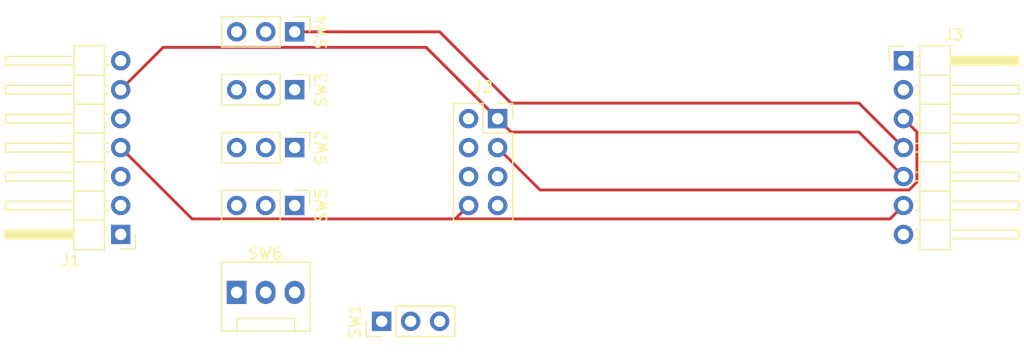
<source format=kicad_pcb>
(kicad_pcb (version 20211014) (generator pcbnew)
  (layers (0 "F.Cu" signal) (31 "B.Cu" signal) (34 "B.Paste" user) (35 "F.Paste" user) (36 "B.SilkS" user "B.Silkscreen") (37 "F.SilkS" user "F.Silkscreen") (38 "B.Mask" user) (39 "F.Mask" user) (44 "Edge.Cuts" user))
  (net 0 "")
  (net 1 "VCC")
  (net 2 "GND")
  (net 3 "Net-(J2-Pad3)")
  (net 4 "Net-(J3-Pad1)")
  (net 5 "Net-(J3-Pad2)")
  (net 6 "Net-(J3-Pad4)")
  (net 8 "Net-(J1-Pad1)")
  (net 9 "Net-(J1-Pad2)")
  (net 10 "Net-(J1-Pad3)")
  (net 12 "Net-(J2-Pad1)")
  (net 13 "Net-(J2-Pad2)")
  (net 14 "Net-(J2-Pad5)")
  (net 15 "Net-(J2-Pad6)")
  (net 16 "Net-(J2-Pad7)")
  (footprint "Connector_PinHeader_2.54mm:PinHeader_1x03_P2.54mm_Vertical" (layer "F.Cu") (at 66.04 45.72 -90)
    (fp_text reference "SW4" (at 0 -2.33 90) (layer "F.SilkS"))
    (fp_text value "SW IO0")
    (fp_line (start -1.33 1.27) (end 1.33 1.27) (layer "F.SilkS") (width 0.12))
    (fp_line (start 1.33 1.27) (end 1.33 6.41) (layer "F.SilkS") (width 0.12))
    (fp_line (start -1.33 1.27) (end -1.33 6.41) (layer "F.SilkS") (width 0.12))
    (fp_line (start -1.33 6.41) (end 1.33 6.41) (layer "F.SilkS") (width 0.12))
    (fp_line (start -1.33 -1.33) (end 0 -1.33) (layer "F.SilkS") (width 0.12))
    (fp_line (start -1.33 0) (end -1.33 -1.33) (layer "F.SilkS") (width 0.12))
    (pad "1" thru_hole rect (at 0 0 270) (size 1.7 1.7) (drill 1) (layers *.Cu *.Mask) (net 6 "Net-(J3-Pad4)"))
    (pad "2" thru_hole oval (at 0 2.54 270) (size 1.7 1.7) (drill 1) (layers *.Cu *.Mask) (net 15 "Net-(J2-Pad6)"))
    (pad "3" thru_hole oval (at 0 5.08 270) (size 1.7 1.7) (drill 1) (layers *.Cu *.Mask) (net 2 "GND"))
  )
  (footprint "Connector_PinHeader_2.54mm:PinHeader_1x07_P2.54mm_Horizontal" (layer "F.Cu") (at 50.8 63.5 180)
    (fp_text reference "J1" (at 4.385 -2.27) (layer "F.SilkS"))
    (fp_text value "FT232RL")
    (fp_line (start 10.1 10.54) (end 4.1 10.54) (layer "F.SilkS") (width 0.12))
    (fp_line (start 1.042929 7.24) (end 1.44 7.24) (layer "F.SilkS") (width 0.12))
    (fp_line (start 1.44 11.43) (end 4.1 11.43) (layer "F.SilkS") (width 0.12))
    (fp_line (start 10.1 13.08) (end 4.1 13.08) (layer "F.SilkS") (width 0.12))
    (fp_line (start 4.1 9.78) (end 10.1 9.78) (layer "F.SilkS") (width 0.12))
    (fp_line (start 4.1 0.04) (end 10.1 0.04) (layer "F.SilkS") (width 0.12))
    (fp_line (start 1.042929 10.54) (end 1.44 10.54) (layer "F.SilkS") (width 0.12))
    (fp_line (start 4.1 14.86) (end 10.1 14.86) (layer "F.SilkS") (width 0.12))
    (fp_line (start 10.1 15.62) (end 4.1 15.62) (layer "F.SilkS") (width 0.12))
    (fp_line (start 1.042929 4.7) (end 1.44 4.7) (layer "F.SilkS") (width 0.12))
    (fp_line (start -1.27 -1.27) (end 0 -1.27) (layer "F.SilkS") (width 0.12))
    (fp_line (start 10.1 14.86) (end 10.1 15.62) (layer "F.SilkS") (width 0.12))
    (fp_line (start 4.1 4.7) (end 10.1 4.7) (layer "F.SilkS") (width 0.12))
    (fp_line (start 4.1 12.32) (end 10.1 12.32) (layer "F.SilkS") (width 0.12))
    (fp_line (start 1.042929 8) (end 1.44 8) (layer "F.SilkS") (width 0.12))
    (fp_line (start 10.1 2.16) (end 10.1 2.92) (layer "F.SilkS") (width 0.12))
    (fp_line (start 4.1 0.16) (end 10.1 0.16) (layer "F.SilkS") (width 0.12))
    (fp_line (start 10.1 7.24) (end 10.1 8) (layer "F.SilkS") (width 0.12))
    (fp_line (start 10.1 5.46) (end 4.1 5.46) (layer "F.SilkS") (width 0.12))
    (fp_line (start 1.44 6.35) (end 4.1 6.35) (layer "F.SilkS") (width 0.12))
    (fp_line (start 1.11 0.38) (end 1.44 0.38) (layer "F.SilkS") (width 0.12))
    (fp_line (start 1.44 13.97) (end 4.1 13.97) (layer "F.SilkS") (width 0.12))
    (fp_line (start 1.11 -0.38) (end 1.44 -0.38) (layer "F.SilkS") (width 0.12))
    (fp_line (start 4.1 -1.33) (end 1.44 -1.33) (layer "F.SilkS") (width 0.12))
    (fp_line (start 4.1 7.24) (end 10.1 7.24) (layer "F.SilkS") (width 0.12))
    (fp_line (start 4.1 -0.2) (end 10.1 -0.2) (layer "F.SilkS") (width 0.12))
    (fp_line (start 1.042929 2.16) (end 1.44 2.16) (layer "F.SilkS") (width 0.12))
    (fp_line (start 1.44 16.57) (end 4.1 16.57) (layer "F.SilkS") (width 0.12))
    (fp_line (start 1.042929 5.46) (end 1.44 5.46) (layer "F.SilkS") (width 0.12))
    (fp_line (start 10.1 8) (end 4.1 8) (layer "F.SilkS") (width 0.12))
    (fp_line (start 1.44 8.89) (end 4.1 8.89) (layer "F.SilkS") (width 0.12))
    (fp_line (start 1.042929 14.86) (end 1.44 14.86) (layer "F.SilkS") (width 0.12))
    (fp_line (start 1.042929 9.78) (end 1.44 9.78) (layer "F.SilkS") (width 0.12))
    (fp_line (start 4.1 -0.08) (end 10.1 -0.08) (layer "F.SilkS") (width 0.12))
    (fp_line (start 1.042929 13.08) (end 1.44 13.08) (layer "F.SilkS") (width 0.12))
    (fp_line (start 4.1 16.57) (end 4.1 -1.33) (layer "F.SilkS") (width 0.12))
    (fp_line (start 1.042929 12.32) (end 1.44 12.32) (layer "F.SilkS") (width 0.12))
    (fp_line (start 1.042929 2.92) (end 1.44 2.92) (layer "F.SilkS") (width 0.12))
    (fp_line (start 10.1 2.92) (end 4.1 2.92) (layer "F.SilkS") (width 0.12))
    (fp_line (start 10.1 4.7) (end 10.1 5.46) (layer "F.SilkS") (width 0.12))
    (fp_line (start 10.1 0.38) (end 4.1 0.38) (layer "F.SilkS") (width 0.12))
    (fp_line (start 1.042929 15.62) (end 1.44 15.62) (layer "F.SilkS") (width 0.12))
    (fp_line (start 4.1 2.16) (end 10.1 2.16) (layer "F.SilkS") (width 0.12))
    (fp_line (start 4.1 0.28) (end 10.1 0.28) (layer "F.SilkS") (width 0.12))
    (fp_line (start -1.27 0) (end -1.27 -1.27) (layer "F.SilkS") (width 0.12))
    (fp_line (start 1.44 1.27) (end 4.1 1.27) (layer "F.SilkS") (width 0.12))
    (fp_line (start 10.1 12.32) (end 10.1 13.08) (layer "F.SilkS") (width 0.12))
    (fp_line (start 10.1 9.78) (end 10.1 10.54) (layer "F.SilkS") (width 0.12))
    (fp_line (start 10.1 -0.38) (end 10.1 0.38) (layer "F.SilkS") (width 0.12))
    (fp_line (start 1.44 3.81) (end 4.1 3.81) (layer "F.SilkS") (width 0.12))
    (fp_line (start 4.1 -0.38) (end 10.1 -0.38) (layer "F.SilkS") (width 0.12))
    (fp_line (start 1.44 -1.33) (end 1.44 16.57) (layer "F.SilkS") (width 0.12))
    (fp_line (start 4.1 -0.32) (end 10.1 -0.32) (layer "F.SilkS") (width 0.12))
    (pad "1" thru_hole rect (at 0 0 180) (size 1.7 1.7) (drill 1) (layers *.Cu *.Mask) (net 8 "Net-(J1-Pad1)"))
    (pad "2" thru_hole oval (at 0 2.54 180) (size 1.7 1.7) (drill 1) (layers *.Cu *.Mask) (net 9 "Net-(J1-Pad2)"))
    (pad "3" thru_hole oval (at 0 5.08 180) (size 1.7 1.7) (drill 1) (layers *.Cu *.Mask) (net 10 "Net-(J1-Pad3)"))
    (pad "4" thru_hole oval (at 0 7.62 180) (size 1.7 1.7) (drill 1) (layers *.Cu *.Mask) (net 1 "VCC"))
    (pad "5" thru_hole oval (at 0 10.16 180) (size 1.7 1.7) (drill 1) (layers *.Cu *.Mask))
    (pad "6" thru_hole oval (at 0 12.7 180) (size 1.7 1.7) (drill 1) (layers *.Cu *.Mask) (net 2 "GND"))
    (pad "7" thru_hole oval (at 0 15.24 180) (size 1.7 1.7) (drill 1) (layers *.Cu *.Mask))
  )
  (footprint "Connector_PinHeader_2.54mm:PinHeader_1x03_P2.54mm_Vertical" (layer "F.Cu") (at 66.04 55.88 -90)
    (fp_text reference "SW2" (at 0 -2.33 90) (layer "F.SilkS"))
    (fp_text value "SW TX")
    (fp_line (start -1.33 6.41) (end 1.33 6.41) (layer "F.SilkS") (width 0.12))
    (fp_line (start -1.33 1.27) (end -1.33 6.41) (layer "F.SilkS") (width 0.12))
    (fp_line (start -1.33 1.27) (end 1.33 1.27) (layer "F.SilkS") (width 0.12))
    (fp_line (start -1.33 0) (end -1.33 -1.33) (layer "F.SilkS") (width 0.12))
    (fp_line (start -1.33 -1.33) (end 0 -1.33) (layer "F.SilkS") (width 0.12))
    (fp_line (start 1.33 1.27) (end 1.33 6.41) (layer "F.SilkS") (width 0.12))
    (pad "1" thru_hole rect (at 0 0 270) (size 1.7 1.7) (drill 1) (layers *.Cu *.Mask) (net 5 "Net-(J3-Pad2)"))
    (pad "2" thru_hole oval (at 0 2.54 270) (size 1.7 1.7) (drill 1) (layers *.Cu *.Mask) (net 12 "Net-(J2-Pad1)"))
    (pad "3" thru_hole oval (at 0 5.08 270) (size 1.7 1.7) (drill 1) (layers *.Cu *.Mask) (net 9 "Net-(J1-Pad2)"))
  )
  (footprint "Connector_PinSocket_2.54mm:PinSocket_2x04_P2.54mm_Vertical" (layer "F.Cu") (at 83.82 53.34)
    (fp_text reference "J2" (at -1.27 -2.77) (layer "F.SilkS"))
    (fp_text value "ESP ")
    (fp_line (start 1.33 1.27) (end 1.33 8.95) (layer "F.SilkS") (width 0.12))
    (fp_line (start 0 -1.33) (end 1.33 -1.33) (layer "F.SilkS") (width 0.12))
    (fp_line (start -3.87 8.95) (end 1.33 8.95) (layer "F.SilkS") (width 0.12))
    (fp_line (start -1.27 1.27) (end 1.33 1.27) (layer "F.SilkS") (width 0.12))
    (fp_line (start -3.87 -1.33) (end -3.87 8.95) (layer "F.SilkS") (width 0.12))
    (fp_line (start 1.33 -1.33) (end 1.33 0) (layer "F.SilkS") (width 0.12))
    (fp_line (start -1.27 -1.33) (end -1.27 1.27) (layer "F.SilkS") (width 0.12))
    (fp_line (start -3.87 -1.33) (end -1.27 -1.33) (layer "F.SilkS") (width 0.12))
    (pad "1" thru_hole oval (at -2.54 0) (size 1.7 1.7) (drill 1) (layers *.Cu *.Mask) (net 12 "Net-(J2-Pad1)"))
    (pad "2" thru_hole oval (at -2.54 2.54) (size 1.7 1.7) (drill 1) (layers *.Cu *.Mask) (net 13 "Net-(J2-Pad2)"))
    (pad "3" thru_hole oval (at -2.54 5.08) (size 1.7 1.7) (drill 1) (layers *.Cu *.Mask) (net 3 "Net-(J2-Pad3)"))
    (pad "4" thru_hole oval (at -2.54 7.62) (size 1.7 1.7) (drill 1) (layers *.Cu *.Mask) (net 1 "VCC"))
    (pad "5" thru_hole oval (at 0 7.62) (size 1.7 1.7) (drill 1) (layers *.Cu *.Mask) (net 14 "Net-(J2-Pad5)"))
    (pad "6" thru_hole oval (at 0 5.08) (size 1.7 1.7) (drill 1) (layers *.Cu *.Mask) (net 15 "Net-(J2-Pad6)"))
    (pad "7" thru_hole oval (at 0 2.54) (size 1.7 1.7) (drill 1) (layers *.Cu *.Mask) (net 16 "Net-(J2-Pad7)"))
    (pad "8" thru_hole rect (at 0 0) (size 1.7 1.7) (drill 1) (layers *.Cu *.Mask) (net 2 "GND"))
  )
  (footprint "Connector_PinHeader_2.54mm:PinHeader_1x07_P2.54mm_Horizontal" (layer "F.Cu") (at 119.38 48.26)
    (fp_text reference "J3" (at 4.385 -2.27) (layer "F.SilkS"))
    (fp_text value "ESP PINs")
    (fp_line (start 10.1 7.24) (end 10.1 8) (layer "F.SilkS") (width 0.12))
    (fp_line (start 10.1 13.08) (end 4.1 13.08) (layer "F.SilkS") (width 0.12))
    (fp_line (start 1.11 0.38) (end 1.44 0.38) (layer "F.SilkS") (width 0.12))
    (fp_line (start 1.042929 12.32) (end 1.44 12.32) (layer "F.SilkS") (width 0.12))
    (fp_line (start 10.1 9.78) (end 10.1 10.54) (layer "F.SilkS") (width 0.12))
    (fp_line (start 1.44 13.97) (end 4.1 13.97) (layer "F.SilkS") (width 0.12))
    (fp_line (start 1.11 -0.38) (end 1.44 -0.38) (layer "F.SilkS") (width 0.12))
    (fp_line (start 4.1 2.16) (end 10.1 2.16) (layer "F.SilkS") (width 0.12))
    (fp_line (start 4.1 0.16) (end 10.1 0.16) (layer "F.SilkS") (width 0.12))
    (fp_line (start -1.27 0) (end -1.27 -1.27) (layer "F.SilkS") (width 0.12))
    (fp_line (start 1.042929 15.62) (end 1.44 15.62) (layer "F.SilkS") (width 0.12))
    (fp_line (start 4.1 9.78) (end 10.1 9.78) (layer "F.SilkS") (width 0.12))
    (fp_line (start 1.042929 13.08) (end 1.44 13.08) (layer "F.SilkS") (width 0.12))
    (fp_line (start 1.44 11.43) (end 4.1 11.43) (layer "F.SilkS") (width 0.12))
    (fp_line (start 10.1 2.92) (end 4.1 2.92) (layer "F.SilkS") (width 0.12))
    (fp_line (start 4.1 -0.2) (end 10.1 -0.2) (layer "F.SilkS") (width 0.12))
    (fp_line (start 4.1 16.57) (end 4.1 -1.33) (layer "F.SilkS") (width 0.12))
    (fp_line (start -1.27 -1.27) (end 0 -1.27) (layer "F.SilkS") (width 0.12))
    (fp_line (start 10.1 10.54) (end 4.1 10.54) (layer "F.SilkS") (width 0.12))
    (fp_line (start 1.44 8.89) (end 4.1 8.89) (layer "F.SilkS") (width 0.12))
    (fp_line (start 1.042929 5.46) (end 1.44 5.46) (layer "F.SilkS") (width 0.12))
    (fp_line (start 1.44 3.81) (end 4.1 3.81) (layer "F.SilkS") (width 0.12))
    (fp_line (start 4.1 -0.38) (end 10.1 -0.38) (layer "F.SilkS") (width 0.12))
    (fp_line (start 4.1 7.24) (end 10.1 7.24) (layer "F.SilkS") (width 0.12))
    (fp_line (start 4.1 -0.32) (end 10.1 -0.32) (layer "F.SilkS") (width 0.12))
    (fp_line (start 1.44 -1.33) (end 1.44 16.57) (layer "F.SilkS") (width 0.12))
    (fp_line (start 1.042929 2.16) (end 1.44 2.16) (layer "F.SilkS") (width 0.12))
    (fp_line (start 10.1 0.38) (end 4.1 0.38) (layer "F.SilkS") (width 0.12))
    (fp_line (start 10.1 15.62) (end 4.1 15.62) (layer "F.SilkS") (width 0.12))
    (fp_line (start 10.1 8) (end 4.1 8) (layer "F.SilkS") (width 0.12))
    (fp_line (start 1.042929 2.92) (end 1.44 2.92) (layer "F.SilkS") (width 0.12))
    (fp_line (start 10.1 14.86) (end 10.1 15.62) (layer "F.SilkS") (width 0.12))
    (fp_line (start 4.1 14.86) (end 10.1 14.86) (layer "F.SilkS") (width 0.12))
    (fp_line (start 4.1 -0.08) (end 10.1 -0.08) (layer "F.SilkS") (width 0.12))
    (fp_line (start 4.1 4.7) (end 10.1 4.7) (layer "F.SilkS") (width 0.12))
    (fp_line (start 1.042929 14.86) (end 1.44 14.86) (layer "F.SilkS") (width 0.12))
    (fp_line (start 4.1 0.04) (end 10.1 0.04) (layer "F.SilkS") (width 0.12))
    (fp_line (start 1.44 16.57) (end 4.1 16.57) (layer "F.SilkS") (width 0.12))
    (fp_line (start 4.1 -1.33) (end 1.44 -1.33) (layer "F.SilkS") (width 0.12))
    (fp_line (start 1.042929 8) (end 1.44 8) (layer "F.SilkS") (width 0.12))
    (fp_line (start 10.1 -0.38) (end 10.1 0.38) (layer "F.SilkS") (width 0.12))
    (fp_line (start 1.44 1.27) (end 4.1 1.27) (layer "F.SilkS") (width 0.12))
    (fp_line (start 4.1 12.32) (end 10.1 12.32) (layer "F.SilkS") (width 0.12))
    (fp_line (start 1.042929 7.24) (end 1.44 7.24) (layer "F.SilkS") (width 0.12))
    (fp_line (start 10.1 5.46) (end 4.1 5.46) (layer "F.SilkS") (width 0.12))
    (fp_line (start 1.042929 9.78) (end 1.44 9.78) (layer "F.SilkS") (width 0.12))
    (fp_line (start 1.042929 4.7) (end 1.44 4.7) (layer "F.SilkS") (width 0.12))
    (fp_line (start 10.1 4.7) (end 10.1 5.46) (layer "F.SilkS") (width 0.12))
    (fp_line (start 10.1 12.32) (end 10.1 13.08) (layer "F.SilkS") (width 0.12))
    (fp_line (start 4.1 0.28) (end 10.1 0.28) (layer "F.SilkS") (width 0.12))
    (fp_line (start 1.44 6.35) (end 4.1 6.35) (layer "F.SilkS") (width 0.12))
    (fp_line (start 1.042929 10.54) (end 1.44 10.54) (layer "F.SilkS") (width 0.12))
    (fp_line (start 10.1 2.16) (end 10.1 2.92) (layer "F.SilkS") (width 0.12))
    (pad "1" thru_hole rect (at 0 0) (size 1.7 1.7) (drill 1) (layers *.Cu *.Mask) (net 4 "Net-(J3-Pad1)"))
    (pad "2" thru_hole oval (at 0 2.54) (size 1.7 1.7) (drill 1) (layers *.Cu *.Mask) (net 5 "Net-(J3-Pad2)"))
    (pad "3" thru_hole oval (at 0 5.08) (size 1.7 1.7) (drill 1) (layers *.Cu *.Mask) (net 16 "Net-(J2-Pad7)"))
    (pad "4" thru_hole oval (at 0 7.62) (size 1.7 1.7) (drill 1) (layers *.Cu *.Mask) (net 6 "Net-(J3-Pad4)"))
    (pad "5" thru_hole oval (at 0 10.16) (size 1.7 1.7) (drill 1) (layers *.Cu *.Mask) (net 2 "GND"))
    (pad "6" thru_hole oval (at 0 12.7) (size 1.7 1.7) (drill 1) (layers *.Cu *.Mask) (net 1 "VCC"))
    (pad "7" thru_hole oval (at 0 15.24) (size 1.7 1.7) (drill 1) (layers *.Cu *.Mask))
  )
  (footprint "Connector:FanPinHeader_1x03_P2.54mm_Vertical" (layer "F.Cu") (at 60.96 68.58)
    (fp_text reference "SW6" (at 2.5 -3.4) (layer "F.SilkS"))
    (fp_text value "Reset button")
    (fp_line (start -1.35 -2.65) (end 6.45 -2.65) (layer "F.SilkS") (width 0.12))
    (fp_line (start -1.35 3.4) (end -1.35 -2.65) (layer "F.SilkS") (width 0.12))
    (fp_line (start 0 2.29) (end 5.08 2.29) (layer "F.SilkS") (width 0.12))
    (fp_line (start 6.45 3.4) (end -1.35 3.4) (layer "F.SilkS") (width 0.12))
    (fp_line (start 6.45 -2.65) (end 6.45 3.4) (layer "F.SilkS") (width 0.12))
    (fp_line (start 5.08 2.29) (end 5.08 3.3) (layer "F.SilkS") (width 0.12))
    (fp_line (start 0 3.3) (end 0 2.29) (layer "F.SilkS") (width 0.12))
    (pad "1" thru_hole rect (at 0 0 90) (size 2.03 1.73) (drill 1.02) (layers *.Cu *.Mask) (net 2 "GND"))
    (pad "2" thru_hole oval (at 2.54 0 90) (size 2.03 1.73) (drill 1.02) (layers *.Cu *.Mask) (net 3 "Net-(J2-Pad3)"))
    (pad "3" thru_hole oval (at 5.08 0 90) (size 2.03 1.73) (drill 1.02) (layers *.Cu *.Mask))
  )
  (footprint "Connector_PinHeader_2.54mm:PinHeader_1x03_P2.54mm_Vertical" (layer "F.Cu") (at 73.66 71.12 90)
    (fp_text reference "SW1" (at 0 -2.33 90) (layer "F.SilkS"))
    (fp_text value "SW EN")
    (fp_line (start -1.33 -1.33) (end 0 -1.33) (layer "F.SilkS") (width 0.12))
    (fp_line (start 1.33 1.27) (end 1.33 6.41) (layer "F.SilkS") (width 0.12))
    (fp_line (start -1.33 1.27) (end -1.33 6.41) (layer "F.SilkS") (width 0.12))
    (fp_line (start -1.33 1.27) (end 1.33 1.27) (layer "F.SilkS") (width 0.12))
    (fp_line (start -1.33 6.41) (end 1.33 6.41) (layer "F.SilkS") (width 0.12))
    (fp_line (start -1.33 0) (end -1.33 -1.33) (layer "F.SilkS") (width 0.12))
    (pad "1" thru_hole rect (at 0 0 90) (size 1.7 1.7) (drill 1) (layers *.Cu *.Mask) (net 1 "VCC"))
    (pad "2" thru_hole oval (at 0 2.54 90) (size 1.7 1.7) (drill 1) (layers *.Cu *.Mask) (net 13 "Net-(J2-Pad2)"))
    (pad "3" thru_hole oval (at 0 5.08 90) (size 1.7 1.7) (drill 1) (layers *.Cu *.Mask) (net 2 "GND"))
  )
  (footprint "Connector_PinHeader_2.54mm:PinHeader_1x03_P2.54mm_Vertical" (layer "F.Cu") (at 66.04 60.96 -90)
    (fp_text reference "SW5" (at 0 -2.33 90) (layer "F.SilkS"))
    (fp_text value "SW RST")
    (fp_line (start -1.33 6.41) (end 1.33 6.41) (layer "F.SilkS") (width 0.12))
    (fp_line (start -1.33 1.27) (end -1.33 6.41) (layer "F.SilkS") (width 0.12))
    (fp_line (start 1.33 1.27) (end 1.33 6.41) (layer "F.SilkS") (width 0.12))
    (fp_line (start -1.33 -1.33) (end 0 -1.33) (layer "F.SilkS") (width 0.12))
    (fp_line (start -1.33 1.27) (end 1.33 1.27) (layer "F.SilkS") (width 0.12))
    (fp_line (start -1.33 0) (end -1.33 -1.33) (layer "F.SilkS") (width 0.12))
    (pad "1" thru_hole rect (at 0 0 270) (size 1.7 1.7) (drill 1) (layers *.Cu *.Mask))
    (pad "2" thru_hole oval (at 0 2.54 270) (size 1.7 1.7) (drill 1) (layers *.Cu *.Mask) (net 3 "Net-(J2-Pad3)"))
    (pad "3" thru_hole oval (at 0 5.08 270) (size 1.7 1.7) (drill 1) (layers *.Cu *.Mask) (net 8 "Net-(J1-Pad1)"))
  )
  (footprint "Connector_PinHeader_2.54mm:PinHeader_1x03_P2.54mm_Vertical" (layer "F.Cu") (at 66.04 50.8 -90)
    (fp_text reference "SW3" (at 0 -2.33 90) (layer "F.SilkS"))
    (fp_text value "SW RX")
    (fp_line (start -1.33 0) (end -1.33 -1.33) (layer "F.SilkS") (width 0.12))
    (fp_line (start -1.33 1.27) (end 1.33 1.27) (layer "F.SilkS") (width 0.12))
    (fp_line (start -1.33 1.27) (end -1.33 6.41) (layer "F.SilkS") (width 0.12))
    (fp_line (start 1.33 1.27) (end 1.33 6.41) (layer "F.SilkS") (width 0.12))
    (fp_line (start -1.33 -1.33) (end 0 -1.33) (layer "F.SilkS") (width 0.12))
    (fp_line (start -1.33 6.41) (end 1.33 6.41) (layer "F.SilkS") (width 0.12))
    (pad "1" thru_hole rect (at 0 0 270) (size 1.7 1.7) (drill 1) (layers *.Cu *.Mask) (net 4 "Net-(J3-Pad1)"))
    (pad "2" thru_hole oval (at 0 2.54 270) (size 1.7 1.7) (drill 1) (layers *.Cu *.Mask) (net 14 "Net-(J2-Pad5)"))
    (pad "3" thru_hole oval (at 0 5.08 270) (size 1.7 1.7) (drill 1) (layers *.Cu *.Mask) (net 10 "Net-(J1-Pad3)"))
  )
  (segment (start 57.054511 62.134511) (end 80.105489 62.134511) (width 0.25) (layer "F.Cu") (net 1))
  (segment (start 50.8 55.88) (end 57.054511 62.134511) (width 0.25) (layer "F.Cu") (net 1))
  (segment (start 80.105489 62.134511) (end 118.205489 62.134511) (width 0.25) (layer "F.Cu") (net 1))
  (segment (start 118.205489 62.134511) (end 119.38 60.96) (width 0.25) (layer "F.Cu") (net 1))
  (segment (start 80.105489 62.134511) (end 81.28 60.96) (width 0.25) (layer "F.Cu") (net 1))
  (segment (start 84.994511 54.514511) (end 115.474511 54.514511) (width 0.25) (layer "F.Cu") (net 2))
  (segment (start 54.514511 47.085489) (end 50.8 50.8) (width 0.25) (layer "F.Cu") (net 2))
  (segment (start 115.474511 54.514511) (end 119.38 58.42) (width 0.25) (layer "F.Cu") (net 2))
  (segment (start 77.565489 47.085489) (end 84.994511 54.514511) (width 0.25) (layer "F.Cu") (net 2))
  (segment (start 83.82 53.34) (end 77.565489 47.085489) (width 0.25) (layer "F.Cu") (net 2))
  (segment (start 77.565489 47.085489) (end 54.514511 47.085489) (width 0.25) (layer "F.Cu") (net 2))
  (segment (start 84.994511 51.974511) (end 78.74 45.72) (width 0.25) (layer "F.Cu") (net 6))
  (segment (start 115.474511 51.974511) (end 84.994511 51.974511) (width 0.25) (layer "F.Cu") (net 6))
  (segment (start 119.38 55.88) (end 115.474511 51.974511) (width 0.25) (layer "F.Cu") (net 6))
  (segment (start 78.74 45.72) (end 66.04 45.72) (width 0.25) (layer "F.Cu") (net 6))
  (segment (start 119.866499 59.594511) (end 87.534511 59.594511) (width 0.25) (layer "F.Cu") (net 16))
  (segment (start 120.554511 58.906499) (end 119.866499 59.594511) (width 0.25) (layer "F.Cu") (net 16))
  (segment (start 119.38 53.34) (end 120.554511 54.514511) (width 0.25) (layer "F.Cu") (net 16))
  (segment (start 87.534511 59.594511) (end 83.82 55.88) (width 0.25) (layer "F.Cu") (net 16))
  (segment (start 120.554511 54.514511) (end 120.554511 58.906499) (width 0.25) (layer "F.Cu") (net 16))
)
</source>
